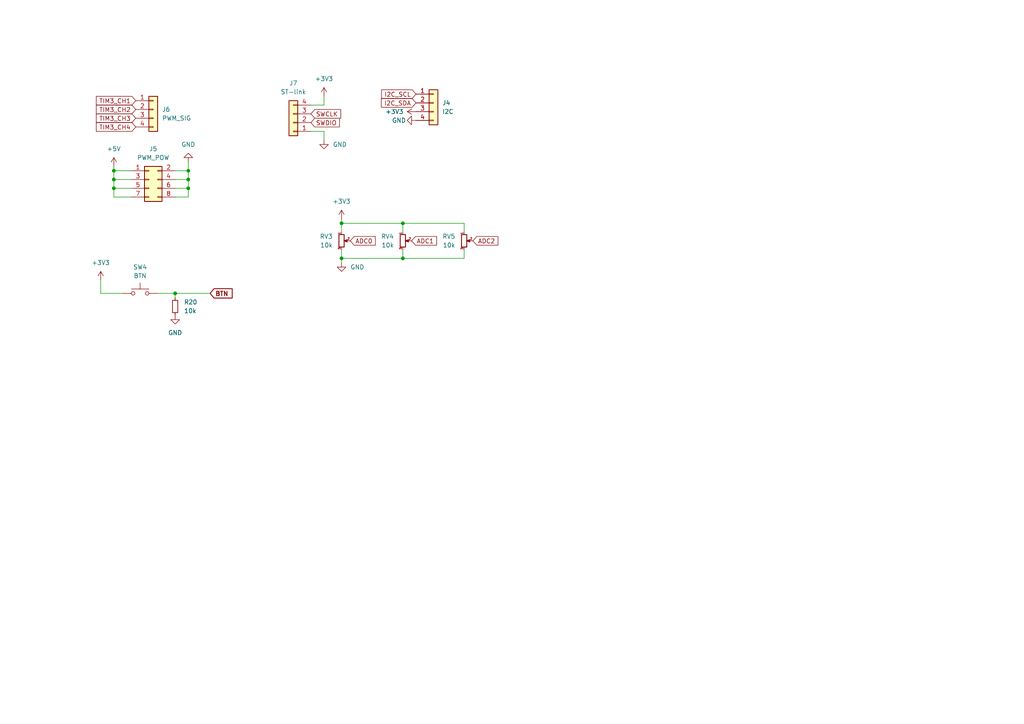
<source format=kicad_sch>
(kicad_sch (version 20211123) (generator eeschema)
  (paper "A4")
  (lib_symbols
    (symbol "Connector_Generic:Conn_01x04" (pin_names (offset 1.016) hide)
      (property "Reference" "J" (at 0 5.08 0))
      (property "Value" "Conn_01x04" (at 0 -7.62 0))
      (symbol "Conn_01x04_1_1"
        (rectangle (start -1.27 -4.953) (end 0 -5.207) (stroke (width 0.1524)))
        (rectangle (start -1.27 -2.413) (end 0 -2.667) (stroke (width 0.1524)))
        (rectangle (start -1.27 0.127) (end 0 -0.127) (stroke (width 0.1524)))
        (rectangle (start -1.27 2.667) (end 0 2.413) (stroke (width 0.1524)))
        (rectangle (start -1.27 3.81) (end 1.27 -6.35) (stroke (width 0.254)) (fill (type background)))
        (pin passive line (at -5.08 2.54 0) (length 3.81) (name "Pin_1") (number "1"))
        (pin passive line (at -5.08 0 0) (length 3.81) (name "Pin_2") (number "2"))
        (pin passive line (at -5.08 -2.54 0) (length 3.81) (name "Pin_3") (number "3"))
        (pin passive line (at -5.08 -5.08 0) (length 3.81) (name "Pin_4") (number "4"))
      )
    )
    (symbol "Connector_Generic:Conn_02x04_Odd_Even" (pin_names (offset 1.016) hide)
      (property "Reference" "J" (at 1.27 5.08 0))
      (property "Value" "Conn_02x04_Odd_Even" (at 1.27 -7.62 0))
      (symbol "Conn_02x04_Odd_Even_1_1"
        (rectangle (start -1.27 -4.953) (end 0 -5.207) (stroke (width 0.1524)))
        (rectangle (start -1.27 -2.413) (end 0 -2.667) (stroke (width 0.1524)))
        (rectangle (start -1.27 0.127) (end 0 -0.127) (stroke (width 0.1524)))
        (rectangle (start -1.27 2.667) (end 0 2.413) (stroke (width 0.1524)))
        (rectangle (start -1.27 3.81) (end 3.81 -6.35) (stroke (width 0.254)) (fill (type background)))
        (rectangle (start 3.81 -4.953) (end 2.54 -5.207) (stroke (width 0.1524)))
        (rectangle (start 3.81 -2.413) (end 2.54 -2.667) (stroke (width 0.1524)))
        (rectangle (start 3.81 0.127) (end 2.54 -0.127) (stroke (width 0.1524)))
        (rectangle (start 3.81 2.667) (end 2.54 2.413) (stroke (width 0.1524)))
        (pin passive line (at -5.08 2.54 0) (length 3.81) (name "Pin_1") (number "1"))
        (pin passive line (at 7.62 2.54 180) (length 3.81) (name "Pin_2") (number "2"))
        (pin passive line (at -5.08 0 0) (length 3.81) (name "Pin_3") (number "3"))
        (pin passive line (at 7.62 0 180) (length 3.81) (name "Pin_4") (number "4"))
        (pin passive line (at -5.08 -2.54 0) (length 3.81) (name "Pin_5") (number "5"))
        (pin passive line (at 7.62 -2.54 180) (length 3.81) (name "Pin_6") (number "6"))
        (pin passive line (at -5.08 -5.08 0) (length 3.81) (name "Pin_7") (number "7"))
        (pin passive line (at 7.62 -5.08 180) (length 3.81) (name "Pin_8") (number "8"))
      )
    )
    (symbol "Device:R_Potentiometer_Small" (pin_names (offset 1.016) hide)
      (property "Reference" "RV" (at -4.445 0 90))
      (property "Value" "R_Potentiometer_Small" (at -2.54 0 90))
      (symbol "R_Potentiometer_Small_0_1"
        (polyline (pts (xy 0.889 0) (xy 0.635 0) (xy 1.651 0.381) (xy 1.651 -0.381) (xy 0.635 0) (xy 0.889 0)) (fill (type outline)))
        (rectangle (start 0.762 1.8034) (end -0.762 -1.8034) (stroke (width 0.254)))
      )
      (symbol "R_Potentiometer_Small_1_1"
        (pin passive line (at 0 2.54 270) (length 0.635) (name "1") (number "1"))
        (pin passive line (at 2.54 0 180) (length 0.9906) (name "2") (number "2"))
        (pin passive line (at 0 -2.54 90) (length 0.635) (name "3") (number "3"))
      )
    )
    (symbol "Device:R_Small" (pin_numbers hide) (pin_names (offset 0.254) hide)
      (property "Reference" "R" (at 0.762 0.508 0))
      (property "Value" "R_Small" (at 0.762 -1.016 0))
      (symbol "R_Small_0_1"
        (rectangle (start -0.762 1.778) (end 0.762 -1.778) (stroke (width 0.2032)))
      )
      (symbol "R_Small_1_1"
        (pin passive line (at 0 2.54 270) (length 0.762) (name "~") (number "1"))
        (pin passive line (at 0 -2.54 90) (length 0.762) (name "~") (number "2"))
      )
    )
    (symbol "Switch:SW_Push" (pin_numbers hide) (pin_names (offset 1.016) hide)
      (property "Reference" "SW" (at 1.27 2.54 0))
      (property "Value" "SW_Push" (at 0 -1.524 0))
      (symbol "SW_Push_0_1"
        (circle (center -2.032 0) (radius 0.508))
        (polyline (pts (xy 0 1.27) (xy 0 3.048)))
        (polyline (pts (xy 2.54 1.27) (xy -2.54 1.27)))
        (circle (center 2.032 0) (radius 0.508))
        (pin passive line (at -5.08 0 0) (length 2.54) (name "1") (number "1"))
        (pin passive line (at 5.08 0 180) (length 2.54) (name "2") (number "2"))
      )
    )
    (symbol "power:+3.3V" (power) (pin_names (offset 0))
      (property "Value" "+3.3V" (at 0 3.556 0))
      (symbol "+3.3V_0_1"
        (polyline (pts (xy -0.762 1.27) (xy 0 2.54)))
        (polyline (pts (xy 0 0) (xy 0 2.54)))
        (polyline (pts (xy 0 2.54) (xy 0.762 1.27)))
      )
      (symbol "+3.3V_1_1"
        (pin power_in line (at 0 0 90) (length 0) hide (name "+3V3") (number "1"))
      )
    )
    (symbol "power:+5V" (power) (pin_names (offset 0))
      (property "Value" "+5V" (at 0 3.556 0))
      (symbol "+5V_0_1"
        (polyline (pts (xy -0.762 1.27) (xy 0 2.54)))
        (polyline (pts (xy 0 0) (xy 0 2.54)))
        (polyline (pts (xy 0 2.54) (xy 0.762 1.27)))
      )
      (symbol "+5V_1_1"
        (pin power_in line (at 0 0 90) (length 0) hide (name "+5V") (number "1"))
      )
    )
    (symbol "power:GND" (power) (pin_names (offset 0))
      (property "Value" "GND" (at 0 -3.81 0))
      (symbol "GND_0_1"
        (polyline (pts (xy 0 0) (xy 0 -1.27) (xy 1.27 -1.27) (xy 0 -2.54) (xy -1.27 -1.27) (xy 0 -1.27)))
      )
      (symbol "GND_1_1"
        (pin power_in line (at 0 0 270) (length 0) hide (name "GND") (number "1"))
      )
    )
  )
  (junction (at 33.02 54.61))
  (junction (at 33.02 52.07))
  (junction (at 99.06 64.77))
  (junction (at 54.61 54.61))
  (junction (at 54.61 49.53))
  (junction (at 54.61 52.07))
  (junction (at 116.84 74.93))
  (junction (at 33.02 49.53))
  (junction (at 99.06 74.93))
  (junction (at 50.8 85.09))
  (junction (at 116.84 64.77))
  (wire (pts (xy 93.98 30.48) (xy 90.17 30.48)))
  (wire (pts (xy 45.72 85.09) (xy 50.8 85.09)))
  (wire (pts (xy 54.61 57.15) (xy 54.61 54.61)))
  (wire (pts (xy 99.06 64.77) (xy 99.06 67.31)))
  (wire (pts (xy 134.62 67.31) (xy 134.62 64.77)))
  (wire (pts (xy 33.02 52.07) (xy 33.02 54.61)))
  (wire (pts (xy 134.62 74.93) (xy 116.84 74.93)))
  (wire (pts (xy 116.84 72.39) (xy 116.84 74.93)))
  (wire (pts (xy 99.06 74.93) (xy 99.06 76.2)))
  (wire (pts (xy 29.21 81.28) (xy 29.21 85.09)))
  (wire (pts (xy 33.02 52.07) (xy 38.1 52.07)))
  (wire (pts (xy 33.02 49.53) (xy 38.1 49.53)))
  (wire (pts (xy 33.02 49.53) (xy 33.02 52.07)))
  (wire (pts (xy 54.61 49.53) (xy 54.61 46.99)))
  (wire (pts (xy 50.8 52.07) (xy 54.61 52.07)))
  (wire (pts (xy 90.17 38.1) (xy 93.98 38.1)))
  (wire (pts (xy 116.84 64.77) (xy 99.06 64.77)))
  (wire (pts (xy 99.06 72.39) (xy 99.06 74.93)))
  (wire (pts (xy 33.02 54.61) (xy 38.1 54.61)))
  (wire (pts (xy 50.8 49.53) (xy 54.61 49.53)))
  (wire (pts (xy 50.8 85.09) (xy 60.96 85.09)))
  (wire (pts (xy 50.8 85.09) (xy 50.8 86.36)))
  (wire (pts (xy 50.8 57.15) (xy 54.61 57.15)))
  (wire (pts (xy 50.8 54.61) (xy 54.61 54.61)))
  (wire (pts (xy 29.21 85.09) (xy 35.56 85.09)))
  (wire (pts (xy 99.06 63.5) (xy 99.06 64.77)))
  (wire (pts (xy 54.61 54.61) (xy 54.61 52.07)))
  (wire (pts (xy 54.61 52.07) (xy 54.61 49.53)))
  (wire (pts (xy 134.62 64.77) (xy 116.84 64.77)))
  (wire (pts (xy 116.84 64.77) (xy 116.84 67.31)))
  (wire (pts (xy 33.02 48.26) (xy 33.02 49.53)))
  (wire (pts (xy 116.84 74.93) (xy 99.06 74.93)))
  (wire (pts (xy 33.02 54.61) (xy 33.02 57.15)))
  (wire (pts (xy 93.98 38.1) (xy 93.98 40.64)))
  (wire (pts (xy 134.62 72.39) (xy 134.62 74.93)))
  (wire (pts (xy 93.98 27.94) (xy 93.98 30.48)))
  (wire (pts (xy 33.02 57.15) (xy 38.1 57.15)))
  (global_label "BTN" (shape input) (at 60.96 85.09 0) (effects (font bold)) (property "Intersheet References" "${INTERSHEET_REFS}" (effects hide)))
  (global_label "I2C_SDA" (shape input) (at 120.65 29.845 180) (property "Intersheet References" "${INTERSHEET_REFS}" (effects hide)))
  (global_label "ADC0" (shape input) (at 101.6 69.85 0) (property "Intersheet References" "${INTERSHEET_REFS}" (effects hide)))
  (global_label "TIM3_CH1" (shape input) (at 39.37 29.21 180) (property "Intersheet References" "${INTERSHEET_REFS}" (effects hide)))
  (global_label "SWCLK" (shape input) (at 90.17 33.02 0) (property "Intersheet References" "${INTERSHEET_REFS}" (effects hide)))
  (global_label "I2C_SCL" (shape input) (at 120.65 27.305 180) (property "Intersheet References" "${INTERSHEET_REFS}" (effects hide)))
  (global_label "SWDIO" (shape input) (at 90.17 35.56 0) (property "Intersheet References" "${INTERSHEET_REFS}" (effects hide)))
  (global_label "ADC1" (shape input) (at 119.38 69.85 0) (property "Intersheet References" "${INTERSHEET_REFS}" (effects hide)))
  (global_label "TIM3_CH4" (shape input) (at 39.37 36.83 180) (property "Intersheet References" "${INTERSHEET_REFS}" (effects hide)))
  (global_label "ADC2" (shape input) (at 137.16 69.85 0) (property "Intersheet References" "${INTERSHEET_REFS}" (effects hide)))
  (global_label "TIM3_CH2" (shape input) (at 39.37 31.75 180) (property "Intersheet References" "${INTERSHEET_REFS}" (effects hide)))
  (global_label "TIM3_CH3" (shape input) (at 39.37 34.29 180) (property "Intersheet References" "${INTERSHEET_REFS}" (effects hide)))
  (symbol (lib_id "power:+3.3V") (at 93.98 27.94 0) (unit 1)
    (property "Reference" "#PWR087" (effects hide))
    (property "Value" "+3.3V" (at 93.98 22.86 0))
  )
  (symbol (lib_id "Connector_Generic:Conn_02x04_Odd_Even") (at 43.18 52.07 0) (unit 1)
    (property "Reference" "J5" (at 44.45 43.18 0))
    (property "Value" "PWM_POW" (at 44.45 45.72 0))
    (property "Footprint" "Connector_PinHeader_2.54mm:PinHeader_2x04_P2.54mm_Vertical" (effects hide))
  )
  (symbol (lib_id "Connector_Generic:Conn_01x04") (at 44.45 31.75 0) (unit 1)
    (property "Reference" "J6" (at 46.99 31.7499 0) (effects (justify left)))
    (property "Value" "PWM_SIG" (at 46.99 34.2899 0) (effects (justify left)))
    (property "Footprint" "Connector_PinHeader_2.54mm:PinHeader_1x04_P2.54mm_Vertical" (effects hide))
  )
  (symbol (lib_id "power:+5V") (at 33.02 48.26 0) (unit 1)
    (property "Reference" "#PWR083" (effects hide))
    (property "Value" "+5V" (at 33.02 43.18 0))
  )
  (symbol (lib_id "Switch:SW_Push") (at 40.64 85.09 0) (unit 1)
    (property "Reference" "SW4" (at 40.64 77.47 0))
    (property "Value" "BTN" (at 40.64 80.01 0))
    (property "Footprint" "Button_Switch_SMD:SW_SPST_TL3342" (effects hide))
  )
  (symbol (lib_id "Device:R_Potentiometer_Small") (at 99.06 69.85 0) (unit 1)
    (property "Reference" "RV3" (at 96.52 68.5799 0) (effects (justify right)))
    (property "Value" "10k" (at 96.52 71.1199 0) (effects (justify right)))
    (property "Footprint" "Potentiometer_THT:Potentiometer_Vishay_T73YP_Vertical" (effects hide))
  )
  (symbol (lib_id "power:GND") (at 93.98 40.64 0) (unit 1)
    (property "Reference" "#PWR088" (effects hide))
    (property "Value" "GND" (at 96.52 41.9099 0) (effects (justify left)))
  )
  (symbol (lib_id "power:GND") (at 99.06 76.2 0) (unit 1)
    (property "Reference" "#PWR092" (effects hide))
    (property "Value" "GND" (at 101.6 77.4699 0) (effects (justify left)))
  )
  (symbol (lib_id "Connector_Generic:Conn_01x04") (at 125.73 29.845 0) (unit 1)
    (property "Reference" "J4" (at 128.27 29.8449 0) (effects (justify left)))
    (property "Value" "I2C" (at 128.27 32.3849 0) (effects (justify left)))
    (property "Footprint" "myCustomLibs:ConPadx04" (effects hide))
  )
  (symbol (lib_id "power:+3.3V") (at 99.06 63.5 0) (unit 1)
    (property "Reference" "#PWR091" (effects hide))
    (property "Value" "+3.3V" (at 99.06 58.42 0))
  )
  (symbol (lib_id "Device:R_Potentiometer_Small") (at 116.84 69.85 0) (unit 1)
    (property "Reference" "RV4" (at 114.3 68.5799 0) (effects (justify right)))
    (property "Value" "10k" (at 114.3 71.1199 0) (effects (justify right)))
    (property "Footprint" "Potentiometer_THT:Potentiometer_Vishay_T73YP_Vertical" (effects hide))
  )
  (symbol (lib_id "power:GND") (at 50.8 91.44 0) (unit 1)
    (property "Reference" "#PWR090" (effects hide))
    (property "Value" "GND" (at 50.8 96.52 0))
  )
  (symbol (lib_id "power:+3.3V") (at 120.65 32.385 90) (unit 1)
    (property "Reference" "#PWR0101" (effects hide))
    (property "Value" "+3.3V" (at 111.76 32.385 90) (effects (justify right)))
  )
  (symbol (lib_id "power:GND") (at 120.65 34.925 270) (unit 1)
    (property "Reference" "#PWR0103" (effects hide))
    (property "Value" "GND" (at 113.665 34.925 90) (effects (justify left)))
  )
  (symbol (lib_id "power:+3.3V") (at 29.21 81.28 0) (unit 1)
    (property "Reference" "#PWR089" (effects hide))
    (property "Value" "+3.3V" (at 29.21 76.2 0))
  )
  (symbol (lib_id "Device:R_Small") (at 50.8 88.9 0) (unit 1)
    (property "Reference" "R20" (at 53.34 87.6299 0) (effects (justify left)))
    (property "Value" "10k" (at 53.34 90.1699 0) (effects (justify left)))
    (property "Footprint" "Resistor_SMD:R_0603_1608Metric" (effects hide))
  )
  (symbol (lib_id "Connector_Generic:Conn_01x04") (at 85.09 35.56 180) (unit 1)
    (property "Reference" "J7" (at 85.09 24.13 0))
    (property "Value" "ST-link" (at 85.09 26.67 0))
    (property "Footprint" "Connector_Molex:Molex_KK-254_AE-6410-04A_1x04_P2.54mm_Vertical" (effects hide))
  )
  (symbol (lib_id "Device:R_Potentiometer_Small") (at 134.62 69.85 0) (unit 1)
    (property "Reference" "RV5" (at 132.08 68.5799 0) (effects (justify right)))
    (property "Value" "10k" (at 132.08 71.1199 0) (effects (justify right)))
    (property "Footprint" "Potentiometer_THT:Potentiometer_Vishay_T73YP_Vertical" (effects hide))
  )
  (symbol (lib_id "power:GND") (at 54.61 46.99 180) (unit 1)
    (property "Reference" "#PWR084" (effects hide))
    (property "Value" "GND" (at 54.61 41.91 0))
  )
)
</source>
